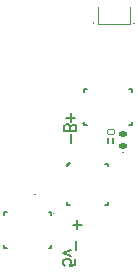
<source format=gbr>
G04 #@! TF.GenerationSoftware,KiCad,Pcbnew,7.0.10-7.0.10~ubuntu20.04.1*
G04 #@! TF.CreationDate,2024-01-02T22:15:02+00:00*
G04 #@! TF.ProjectId,yote,796f7465-2e6b-4696-9361-645f70636258,rev?*
G04 #@! TF.SameCoordinates,Original*
G04 #@! TF.FileFunction,Legend,Bot*
G04 #@! TF.FilePolarity,Positive*
%FSLAX46Y46*%
G04 Gerber Fmt 4.6, Leading zero omitted, Abs format (unit mm)*
G04 Created by KiCad (PCBNEW 7.0.10-7.0.10~ubuntu20.04.1) date 2024-01-02 22:15:02*
%MOMM*%
%LPD*%
G01*
G04 APERTURE LIST*
G04 Aperture macros list*
%AMRoundRect*
0 Rectangle with rounded corners*
0 $1 Rounding radius*
0 $2 $3 $4 $5 $6 $7 $8 $9 X,Y pos of 4 corners*
0 Add a 4 corners polygon primitive as box body*
4,1,4,$2,$3,$4,$5,$6,$7,$8,$9,$2,$3,0*
0 Add four circle primitives for the rounded corners*
1,1,$1+$1,$2,$3*
1,1,$1+$1,$4,$5*
1,1,$1+$1,$6,$7*
1,1,$1+$1,$8,$9*
0 Add four rect primitives between the rounded corners*
20,1,$1+$1,$2,$3,$4,$5,0*
20,1,$1+$1,$4,$5,$6,$7,0*
20,1,$1+$1,$6,$7,$8,$9,0*
20,1,$1+$1,$8,$9,$2,$3,0*%
%AMFreePoly0*
4,1,59,-0.493204,1.039632,-0.294356,0.979312,-0.111096,0.881358,0.049533,0.749533,0.181358,0.588904,0.279312,0.405644,0.339632,0.206796,0.360000,0.000000,0.339632,-0.206796,0.279312,-0.405644,0.181358,-0.588904,0.049533,-0.749533,-0.111096,-0.881358,-0.294356,-0.979312,-0.493204,-1.039632,-0.700000,-1.060000,-0.906796,-1.039632,-1.105644,-0.979312,-1.288904,-0.881358,-1.449533,-0.749533,
-1.581358,-0.588904,-1.679312,-0.405644,-1.739632,-0.206796,-1.760000,0.000000,-1.264832,0.000000,-1.245586,-0.146189,-1.189159,-0.282416,-1.099397,-0.399397,-0.982416,-0.489159,-0.846189,-0.545586,-0.700000,-0.564832,-0.553811,-0.545586,-0.417584,-0.489159,-0.300603,-0.399397,-0.210841,-0.282416,-0.154414,-0.146189,-0.135168,0.000000,-0.154414,0.146189,-0.210841,0.282416,-0.300603,0.399397,
-0.417584,0.489159,-0.553811,0.545586,-0.700000,0.564832,-0.846189,0.545586,-0.982416,0.489159,-1.099397,0.399397,-1.189159,0.282416,-1.245586,0.146189,-1.264832,0.000000,-1.760000,0.000000,-1.739632,0.206796,-1.679312,0.405644,-1.581358,0.588904,-1.449533,0.749533,-1.288904,0.881358,-1.105644,0.979312,-0.906796,1.039632,-0.700000,1.060000,-0.493204,1.039632,-0.493204,1.039632,
$1*%
G04 Aperture macros list end*
%ADD10C,0.150000*%
%ADD11C,0.100000*%
%ADD12C,0.127000*%
%ADD13C,0.120000*%
%ADD14C,1.000000*%
%ADD15C,0.990600*%
%ADD16R,0.270000X0.250000*%
%ADD17R,0.500000X0.600000*%
%ADD18R,0.250000X0.270000*%
%ADD19R,0.800000X0.600000*%
%ADD20R,0.350000X1.100000*%
%ADD21R,1.050000X1.400000*%
%ADD22C,0.800000*%
%ADD23R,0.450000X0.750000*%
%ADD24FreePoly0,270.000000*%
%ADD25FreePoly0,90.000000*%
%ADD26R,1.143000X1.549400*%
%ADD27R,2.057400X0.635000*%
%ADD28R,0.254000X0.355600*%
%ADD29R,0.508000X1.092200*%
%ADD30RoundRect,0.147500X0.172500X-0.147500X0.172500X0.147500X-0.172500X0.147500X-0.172500X-0.147500X0*%
%ADD31RoundRect,0.050000X0.050000X-0.200000X0.050000X0.200000X-0.050000X0.200000X-0.050000X-0.200000X0*%
%ADD32RoundRect,0.050000X0.275000X-0.200000X0.275000X0.200000X-0.275000X0.200000X-0.275000X-0.200000X0*%
%ADD33R,0.600000X0.800000*%
G04 APERTURE END LIST*
D10*
X30120001Y54020000D02*
G75*
G03*
X30119999Y54020000I-1J0D01*
G01*
X30119999Y54020000D02*
G75*
G03*
X30120001Y54020000I1J0D01*
G01*
X33520001Y53970000D02*
G75*
G03*
X33519999Y53970000I-1J0D01*
G01*
X33519999Y53970000D02*
G75*
G03*
X33520001Y53970000I1J0D01*
G01*
X28550180Y33982969D02*
X28550180Y33506779D01*
X28550180Y33506779D02*
X28073990Y33459160D01*
X28073990Y33459160D02*
X28121609Y33506779D01*
X28121609Y33506779D02*
X28169228Y33602017D01*
X28169228Y33602017D02*
X28169228Y33840112D01*
X28169228Y33840112D02*
X28121609Y33935350D01*
X28121609Y33935350D02*
X28073990Y33982969D01*
X28073990Y33982969D02*
X27978752Y34030588D01*
X27978752Y34030588D02*
X27740657Y34030588D01*
X27740657Y34030588D02*
X27645419Y33982969D01*
X27645419Y33982969D02*
X27597800Y33935350D01*
X27597800Y33935350D02*
X27550180Y33840112D01*
X27550180Y33840112D02*
X27550180Y33602017D01*
X27550180Y33602017D02*
X27597800Y33506779D01*
X27597800Y33506779D02*
X27645419Y33459160D01*
X28631133Y34806779D02*
X28631133Y35568684D01*
X28181133Y45606779D02*
X28181133Y46368684D01*
X27800180Y45987731D02*
X28562085Y45987731D01*
X28181133Y43856779D02*
X28181133Y44618684D01*
X28216847Y34311541D02*
X27550180Y34549636D01*
X27550180Y34549636D02*
X28216847Y34787731D01*
X28731133Y36556779D02*
X28731133Y37318684D01*
X28350180Y36937731D02*
X29112085Y36937731D01*
X28148990Y45190112D02*
X28101371Y45332969D01*
X28101371Y45332969D02*
X28053752Y45380588D01*
X28053752Y45380588D02*
X27958514Y45428207D01*
X27958514Y45428207D02*
X27815657Y45428207D01*
X27815657Y45428207D02*
X27720419Y45380588D01*
X27720419Y45380588D02*
X27672800Y45332969D01*
X27672800Y45332969D02*
X27625180Y45237731D01*
X27625180Y45237731D02*
X27625180Y44856779D01*
X27625180Y44856779D02*
X28625180Y44856779D01*
X28625180Y44856779D02*
X28625180Y45190112D01*
X28625180Y45190112D02*
X28577561Y45285350D01*
X28577561Y45285350D02*
X28529942Y45332969D01*
X28529942Y45332969D02*
X28434704Y45380588D01*
X28434704Y45380588D02*
X28339466Y45380588D01*
X28339466Y45380588D02*
X28244228Y45332969D01*
X28244228Y45332969D02*
X28196609Y45285350D01*
X28196609Y45285350D02*
X28148990Y45190112D01*
X28148990Y45190112D02*
X28148990Y44856779D01*
D11*
X27835000Y41880000D02*
X27835000Y42106863D01*
X28116729Y42106863D01*
X27835000Y41880000D01*
G36*
X27835000Y41880000D02*
G01*
X27835000Y42106863D01*
X28116729Y42106863D01*
X27835000Y41880000D01*
G37*
D12*
X27845000Y38600000D02*
X28095000Y38600000D01*
X31345000Y38600000D02*
X31095000Y38600000D01*
X27845000Y38820000D02*
X27845000Y38600000D01*
X31345000Y38820000D02*
X31345000Y38600000D01*
X27835000Y41880000D02*
X27845000Y42100000D01*
X27845000Y42100000D02*
X28116729Y42106863D01*
X31095000Y42100000D02*
X31345000Y42100000D01*
X31345000Y42100000D02*
X31345000Y41880000D01*
X33320001Y48380001D02*
X33095001Y48380001D01*
X33320001Y48380001D02*
X33320001Y48155001D01*
X29320001Y48380001D02*
X29545001Y48380001D01*
X29320001Y48380001D02*
X29320001Y48155001D01*
X33320001Y45380001D02*
X33320001Y45605001D01*
X33320001Y45380001D02*
X33095001Y45380001D01*
X29320001Y45380001D02*
X29320001Y45605001D01*
X29320001Y45380001D02*
X29545001Y45380001D01*
D11*
X29170001Y45455001D02*
G75*
G03*
X29120001Y45455001I-25000J0D01*
G01*
X29120001Y45455001D02*
G75*
G03*
X29170001Y45455001I25000J0D01*
G01*
D12*
X22525471Y34965017D02*
X22750471Y34965017D01*
X22525471Y34965017D02*
X22525471Y35190017D01*
X26525471Y34965017D02*
X26300471Y34965017D01*
X26525471Y34965017D02*
X26525471Y35190017D01*
X22525471Y37965017D02*
X22525471Y37740017D01*
X22525471Y37965017D02*
X22750471Y37965017D01*
X26525471Y37965017D02*
X26525471Y37740017D01*
X26525471Y37965017D02*
X26300471Y37965017D01*
D11*
X26725471Y37890017D02*
G75*
G03*
X26675471Y37890017I-25000J0D01*
G01*
X26675471Y37890017D02*
G75*
G03*
X26725471Y37890017I25000J0D01*
G01*
X25225000Y39460000D02*
G75*
G03*
X25125000Y39460000I-50000J0D01*
G01*
X25125000Y39460000D02*
G75*
G03*
X25225000Y39460000I50000J0D01*
G01*
D13*
X33194999Y55349100D02*
X33194999Y53893000D01*
X33191599Y53893000D02*
X30448399Y53893000D01*
X30448399Y53893000D02*
X30448399Y55349100D01*
D11*
X32670000Y43022500D02*
G75*
G03*
X32570000Y43022500I-50000J0D01*
G01*
X32570000Y43022500D02*
G75*
G03*
X32670000Y43022500I50000J0D01*
G01*
%LPC*%
D14*
X27400000Y44210000D03*
X27400000Y44210000D03*
X29420000Y35220000D03*
X29420000Y35220000D03*
X29820000Y36670000D03*
X29820000Y36670000D03*
X28600000Y46890000D03*
X28600000Y46890000D03*
D15*
X34320000Y54130000D03*
X29240000Y53114000D03*
X29240000Y55146000D03*
D16*
X29750000Y51765000D03*
X29750000Y52315000D03*
X34060000Y52770000D03*
X34060000Y53320000D03*
D17*
X33660000Y49500000D03*
X33660000Y50500000D03*
D18*
X32920000Y48710000D03*
X33470000Y48710000D03*
X28145000Y36600000D03*
X27595000Y36600000D03*
D16*
X30120000Y54485000D03*
X30120000Y55035000D03*
D19*
X33170000Y52070000D03*
X33170000Y53470000D03*
D18*
X27590000Y36060000D03*
X28140000Y36060000D03*
D20*
X27945000Y40350000D03*
D21*
X30320000Y38550000D03*
X30320000Y42150000D03*
X28870000Y38550000D03*
X28870000Y42150000D03*
D18*
X27600000Y37145000D03*
X28150000Y37145000D03*
D19*
X24620000Y38950000D03*
X24620000Y40350000D03*
D18*
X30085000Y48890000D03*
X30635000Y48890000D03*
D22*
X32000001Y46880001D03*
D23*
X29820001Y46030001D03*
X30520001Y46030001D03*
X29820001Y47730001D03*
X30520001Y47730001D03*
D24*
X32000001Y46180001D03*
D22*
X23845471Y36465017D03*
D23*
X26025471Y37315017D03*
X25325471Y37315017D03*
X26025471Y35615017D03*
X25325471Y35615017D03*
D25*
X23845471Y37165017D03*
D26*
X26300000Y40010000D03*
D27*
X26300000Y41292700D03*
X26300000Y38727300D03*
D28*
X27125500Y39460001D03*
X27125500Y40010000D03*
X27125500Y40559999D03*
X25474500Y40559999D03*
X25474500Y40010000D03*
X25474500Y39460001D03*
D18*
X24305000Y38350000D03*
X24855000Y38350000D03*
D16*
X31920000Y43295000D03*
X31920000Y42745000D03*
D29*
X32319998Y52970000D03*
X31320000Y52970000D03*
D30*
X32620000Y44597500D03*
X32620000Y43627500D03*
D18*
X30745000Y51470000D03*
X30195000Y51470000D03*
D31*
X31320000Y43995000D03*
X31770000Y43995000D03*
D32*
X31545000Y44745000D03*
D18*
X30620000Y44070000D03*
X30070000Y44070000D03*
D19*
X30470000Y52100000D03*
X30470000Y53500000D03*
D16*
X33620000Y54455000D03*
X33620000Y55005000D03*
X26970000Y37860000D03*
X26970000Y37310000D03*
X28770000Y47935000D03*
X28770000Y48485000D03*
D33*
X26440000Y42710000D03*
X27840000Y42710000D03*
D17*
X29070000Y43520000D03*
X29070000Y44520000D03*
%LPD*%
M02*

</source>
